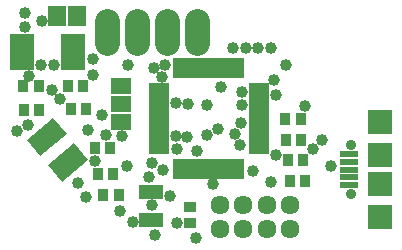
<source format=gbr>
G04 EAGLE Gerber RS-274X export*
G75*
%MOMM*%
%FSLAX34Y34*%
%LPD*%
%INSoldermask Bottom*%
%IPPOS*%
%AMOC8*
5,1,8,0,0,1.08239X$1,22.5*%
G01*
%ADD10R,1.678200X0.503200*%
%ADD11R,0.503200X1.678200*%
%ADD12C,2.082800*%
%ADD13R,1.803400X1.371600*%
%ADD14R,2.108200X1.295400*%
%ADD15R,2.153200X3.153200*%
%ADD16C,1.611200*%
%ADD17R,0.903200X1.103200*%
%ADD18R,1.103200X0.903200*%
%ADD19R,1.553200X0.603200*%
%ADD20R,2.103200X2.103200*%
%ADD21C,0.903200*%
%ADD22R,1.503200X1.703200*%
%ADD23R,1.803200X2.903200*%
%ADD24C,1.009600*%


D10*
X496949Y393593D03*
X496949Y388593D03*
X496949Y383593D03*
X496949Y378593D03*
X496949Y373593D03*
X496949Y368593D03*
X496949Y363593D03*
X496949Y358593D03*
X496949Y353593D03*
X496949Y348593D03*
X496949Y343593D03*
X496949Y338593D03*
D11*
X482069Y323713D03*
X477069Y323713D03*
X472069Y323713D03*
X467069Y323713D03*
X462069Y323713D03*
X457069Y323713D03*
X452069Y323713D03*
X447069Y323713D03*
X442069Y323713D03*
X437069Y323713D03*
X432069Y323713D03*
X427069Y323713D03*
D10*
X412189Y338593D03*
X412189Y343593D03*
X412189Y348593D03*
X412189Y353593D03*
X412189Y358593D03*
X412189Y363593D03*
X412189Y368593D03*
X412189Y373593D03*
X412189Y378593D03*
X412189Y383593D03*
X412189Y388593D03*
X412189Y393593D03*
D11*
X427069Y408473D03*
X432069Y408473D03*
X437069Y408473D03*
X442069Y408473D03*
X447069Y408473D03*
X452069Y408473D03*
X457069Y408473D03*
X462069Y408473D03*
X467069Y408473D03*
X472069Y408473D03*
X477069Y408473D03*
X482069Y408473D03*
D12*
X368204Y429793D02*
X368204Y448589D01*
X393604Y448589D02*
X393604Y429793D01*
X419004Y429793D02*
X419004Y448589D01*
X444404Y448589D02*
X444404Y429793D01*
D13*
X380218Y363258D03*
X380218Y378498D03*
X380218Y393738D03*
D14*
X405760Y304160D03*
X405760Y279776D03*
D15*
X339528Y422770D03*
X296528Y422770D03*
D16*
X463525Y272730D03*
X463525Y292730D03*
X483525Y272730D03*
X483525Y292730D03*
X503525Y272730D03*
X503525Y292730D03*
X523525Y272730D03*
X523525Y292730D03*
D17*
X519369Y348038D03*
X532369Y348038D03*
X534393Y330977D03*
X521393Y330977D03*
X536014Y313522D03*
X523014Y313522D03*
X357723Y340949D03*
X370723Y340949D03*
X373378Y319400D03*
X360378Y319400D03*
X378008Y301541D03*
X365008Y301541D03*
X310297Y393510D03*
X297297Y393510D03*
X310660Y373212D03*
X297660Y373212D03*
X348031Y393573D03*
X335031Y393573D03*
X350386Y373840D03*
X337386Y373840D03*
X519140Y365938D03*
X532140Y365938D03*
D18*
X438864Y290876D03*
X438864Y277876D03*
D19*
X572927Y335791D03*
X572927Y329291D03*
X572927Y322791D03*
X572927Y316291D03*
X572927Y309791D03*
D20*
X599677Y363291D03*
X599677Y334791D03*
X599677Y310791D03*
X599677Y282291D03*
D21*
X575177Y343541D03*
X575177Y302041D03*
D22*
X343028Y452709D03*
X326028Y452709D03*
D23*
G36*
X340519Y344905D02*
X352086Y331071D01*
X329815Y312449D01*
X318248Y326283D01*
X340519Y344905D01*
G37*
G36*
X322559Y366386D02*
X334126Y352552D01*
X311855Y333930D01*
X300288Y347764D01*
X322559Y366386D01*
G37*
D24*
X482500Y388750D03*
X511250Y386250D03*
X352500Y356250D03*
X344051Y311683D03*
X550000Y347500D03*
X408750Y267500D03*
X535498Y376782D03*
X482500Y377500D03*
X406250Y292500D03*
X321250Y390000D03*
X481977Y362119D03*
X414748Y401267D03*
X328750Y382500D03*
X390000Y278750D03*
X542500Y340000D03*
X520000Y411250D03*
X427500Y277500D03*
X356250Y416250D03*
X357985Y330037D03*
X421349Y300281D03*
X480774Y343371D03*
X313597Y448948D03*
X292353Y355134D03*
X379395Y288118D03*
X302087Y401956D03*
X407617Y408447D03*
X506731Y425927D03*
X363750Y368750D03*
X491848Y321915D03*
X511030Y334952D03*
X443855Y264825D03*
X415331Y322123D03*
X452500Y352500D03*
X485747Y426004D03*
X298750Y455000D03*
X350794Y300012D03*
X301207Y360559D03*
X462500Y357500D03*
X509431Y398450D03*
X406508Y328333D03*
X475297Y426121D03*
X403750Y316250D03*
X385000Y326250D03*
X436390Y350632D03*
X381250Y351250D03*
X506870Y312569D03*
X367500Y352500D03*
X386335Y411602D03*
X465000Y392500D03*
X496289Y425925D03*
X356250Y402500D03*
X452500Y377500D03*
X426250Y351250D03*
X426250Y378893D03*
X437053Y378748D03*
X417500Y411250D03*
X427500Y340000D03*
X557500Y326250D03*
X323714Y411409D03*
X444832Y338906D03*
X457787Y310256D03*
X298544Y443885D03*
X476812Y353013D03*
X312500Y411250D03*
M02*

</source>
